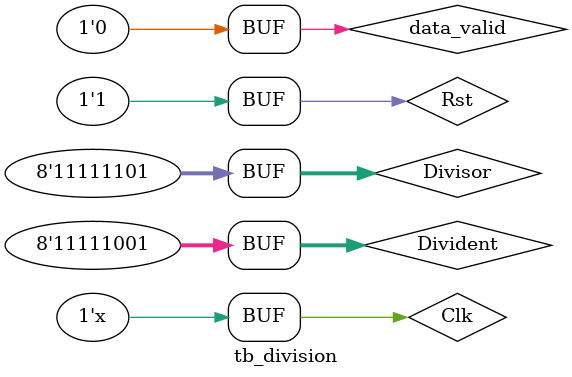
<source format=sv>
module tb_division;

    // Inputs
    logic Clk;
    logic Rst;
    logic data_valid=0;
    // logic [15:0] Remainder_reg;
    logic [DATA_WIDTH-1:0] Divisor;
    logic [DATA_WIDTH-1:0] Divident;
    logic out_valid;
    localparam DATA_WIDTH = 8;

    // Instantiate the module under test
    division #(DATA_WIDTH)uut (
        .Clk(Clk),
        .Rst(Rst),
        .data_valid(data_valid),
        .Divisor(Divisor),
        .Divident(Divident),
        .out_valid(out_valid)
    );

    // Clock generation
    always #10 Clk = ~Clk; // Generate a clock with a period of 10 time units

    // Test sequence
    initial 
    begin
        // Initialize signals
        Clk = 0;
        Rst = 0;
        Divisor = 0;
        Divident=0;
        #100
        Rst=1;
        #50
        data_valid=1;
        Divident=8'b01001000;
        Divisor=8'b00011000;
        #20
        data_valid=1;
        Divident=-7;
        Divisor=-3;
        #20
        data_valid=0;
    end
endmodule

</source>
